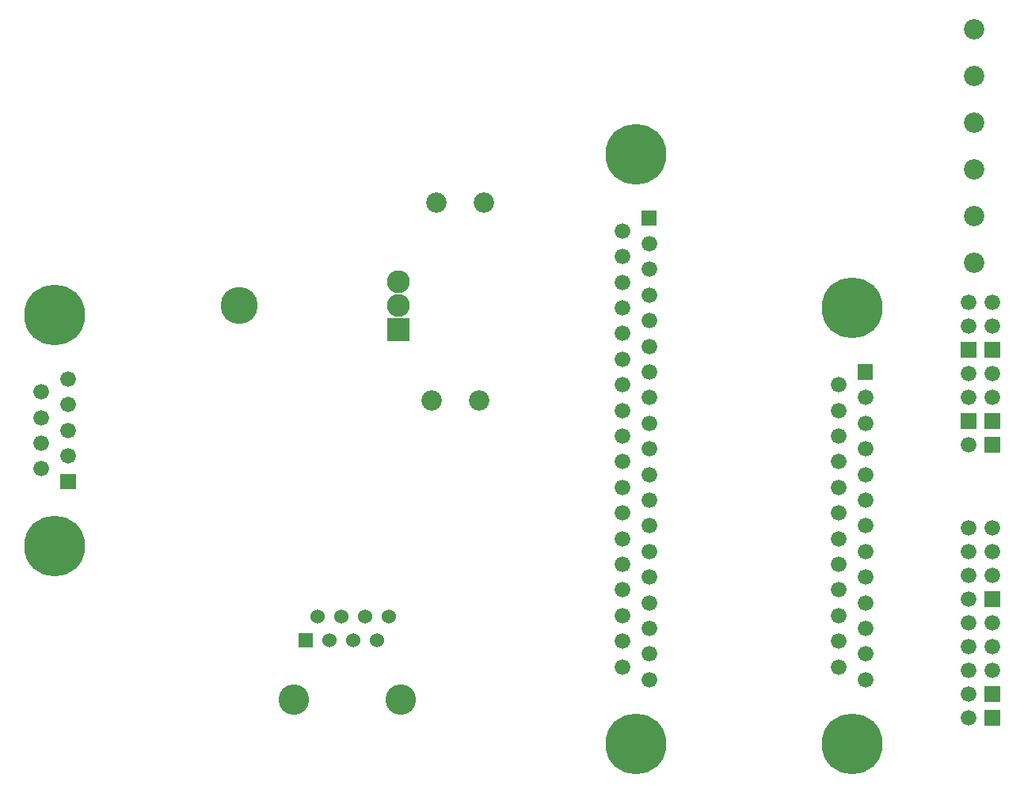
<source format=gbr>
G04 start of page 7 for group -4062 idx -4062 *
G04 Title: (unknown), soldermask *
G04 Creator: pcb 20110918 *
G04 CreationDate: Fri 08 Jun 2012 06:47:20 PM GMT UTC *
G04 For: ed *
G04 Format: Gerber/RS-274X *
G04 PCB-Dimensions: 450000 325000 *
G04 PCB-Coordinate-Origin: lower left *
%MOIN*%
%FSLAX25Y25*%
%LNBOTTOMMASK*%
%ADD66C,0.1280*%
%ADD65C,0.0600*%
%ADD64C,0.0660*%
%ADD63C,0.2560*%
%ADD62C,0.1560*%
%ADD61C,0.0960*%
%ADD60C,0.0001*%
%ADD59C,0.0860*%
G54D59*X216000Y158000D03*
X196000D03*
X197900Y241570D03*
G54D60*G36*
X177200Y192800D02*Y183200D01*
X186800D01*
Y192800D01*
X177200D01*
G37*
G54D61*X182000Y198000D03*
Y208000D03*
G54D62*X115000Y198000D03*
G54D63*X37400Y194170D03*
G54D59*X217900Y241570D03*
G54D64*X276300Y229570D03*
G54D60*G36*
X284200Y238270D02*Y231670D01*
X290800D01*
Y238270D01*
X284200D01*
G37*
G54D64*X287500Y224170D03*
Y213370D03*
Y202570D03*
X276300Y218770D03*
Y207970D03*
Y197170D03*
Y186370D03*
G54D63*X281900Y261970D03*
G54D64*X378500Y137770D03*
Y126970D03*
Y116170D03*
Y105370D03*
G54D60*G36*
X375200Y173470D02*Y166870D01*
X381800D01*
Y173470D01*
X375200D01*
G37*
G54D64*X378500Y159370D03*
X367300Y164770D03*
X378500Y148570D03*
X367300Y153970D03*
Y143170D03*
Y132370D03*
Y121570D03*
Y110770D03*
G54D63*X372900Y197170D03*
G54D60*G36*
X428600Y182870D02*Y176270D01*
X435200D01*
Y182870D01*
X428600D01*
G37*
G54D64*X431900Y189570D03*
G54D60*G36*
X418600Y182870D02*Y176270D01*
X425200D01*
Y182870D01*
X418600D01*
G37*
G54D64*X421900Y189570D03*
G54D60*G36*
X418600Y152870D02*Y146270D01*
X425200D01*
Y152870D01*
X418600D01*
G37*
G54D64*X421900Y139570D03*
Y104570D03*
Y159570D03*
X431900D03*
X421900Y169570D03*
X431900D03*
G54D60*G36*
X428600Y142870D02*Y136270D01*
X435200D01*
Y142870D01*
X428600D01*
G37*
G36*
Y152870D02*Y146270D01*
X435200D01*
Y152870D01*
X428600D01*
G37*
G54D64*X431900Y104570D03*
Y199570D03*
X421900D03*
G54D59*X424400Y216144D03*
Y235829D03*
Y255515D03*
Y275200D03*
Y294885D03*
Y314570D03*
G54D64*X378500Y94570D03*
Y83770D03*
Y72970D03*
X367300Y99970D03*
Y89170D03*
Y78370D03*
Y67570D03*
Y56770D03*
Y45970D03*
G54D63*X372900Y13570D03*
G54D64*X378500Y62170D03*
Y51370D03*
Y40570D03*
G54D60*G36*
X428600Y27870D02*Y21270D01*
X435200D01*
Y27870D01*
X428600D01*
G37*
G36*
Y37870D02*Y31270D01*
X435200D01*
Y37870D01*
X428600D01*
G37*
G54D64*X431900Y44570D03*
X421900Y24570D03*
Y64570D03*
Y54570D03*
Y44570D03*
Y34570D03*
Y74570D03*
X431900Y54570D03*
Y64570D03*
G54D60*G36*
X428600Y77870D02*Y71270D01*
X435200D01*
Y77870D01*
X428600D01*
G37*
G54D64*X431900Y84570D03*
Y94570D03*
X421900D03*
Y84570D03*
G54D60*G36*
X39700Y127270D02*Y120670D01*
X46300D01*
Y127270D01*
X39700D01*
G37*
G54D64*X43000Y134770D03*
X31800Y129370D03*
Y140170D03*
G54D63*X37400Y96970D03*
G54D64*X43000Y145570D03*
Y156370D03*
Y167170D03*
X31800Y150970D03*
Y161770D03*
G54D65*X178000Y67000D03*
X173000Y57000D03*
X158000Y67000D03*
X163000Y57000D03*
X148000Y67000D03*
X168000D03*
X153000Y57000D03*
G54D60*G36*
X140000Y60000D02*Y54000D01*
X146000D01*
Y60000D01*
X140000D01*
G37*
G54D66*X138000Y32000D03*
X183000D03*
G54D64*X287500Y191770D03*
Y180970D03*
Y170170D03*
Y159370D03*
Y148570D03*
Y137770D03*
Y126970D03*
Y116170D03*
Y105370D03*
Y94570D03*
Y83770D03*
Y72970D03*
Y62170D03*
Y51370D03*
Y40570D03*
X276300Y175570D03*
Y164770D03*
Y153970D03*
Y143170D03*
Y132370D03*
Y121570D03*
Y110770D03*
Y99970D03*
Y89170D03*
Y78370D03*
Y67570D03*
Y56770D03*
Y45970D03*
G54D63*X281900Y13570D03*
M02*

</source>
